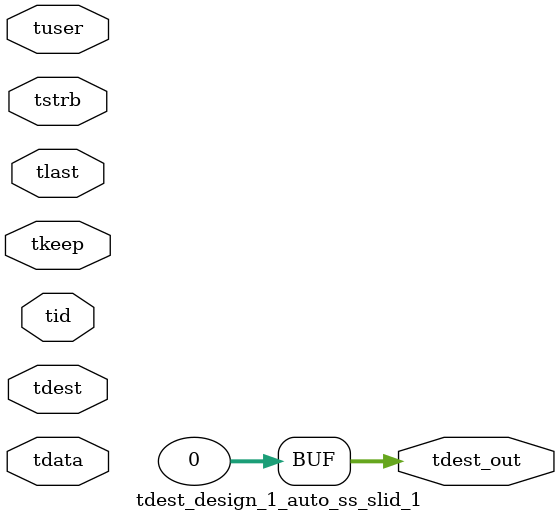
<source format=v>


`timescale 1ps/1ps

module tdest_design_1_auto_ss_slid_1 #
(
parameter C_S_AXIS_TDATA_WIDTH = 32,
parameter C_S_AXIS_TUSER_WIDTH = 0,
parameter C_S_AXIS_TID_WIDTH   = 0,
parameter C_S_AXIS_TDEST_WIDTH = 0,
parameter C_M_AXIS_TDEST_WIDTH = 32
)
(
input  [(C_S_AXIS_TDATA_WIDTH == 0 ? 1 : C_S_AXIS_TDATA_WIDTH)-1:0     ] tdata,
input  [(C_S_AXIS_TUSER_WIDTH == 0 ? 1 : C_S_AXIS_TUSER_WIDTH)-1:0     ] tuser,
input  [(C_S_AXIS_TID_WIDTH   == 0 ? 1 : C_S_AXIS_TID_WIDTH)-1:0       ] tid,
input  [(C_S_AXIS_TDEST_WIDTH == 0 ? 1 : C_S_AXIS_TDEST_WIDTH)-1:0     ] tdest,
input  [(C_S_AXIS_TDATA_WIDTH/8)-1:0 ] tkeep,
input  [(C_S_AXIS_TDATA_WIDTH/8)-1:0 ] tstrb,
input                                                                    tlast,
output [C_M_AXIS_TDEST_WIDTH-1:0] tdest_out
);

assign tdest_out = {1'b0};

endmodule


</source>
